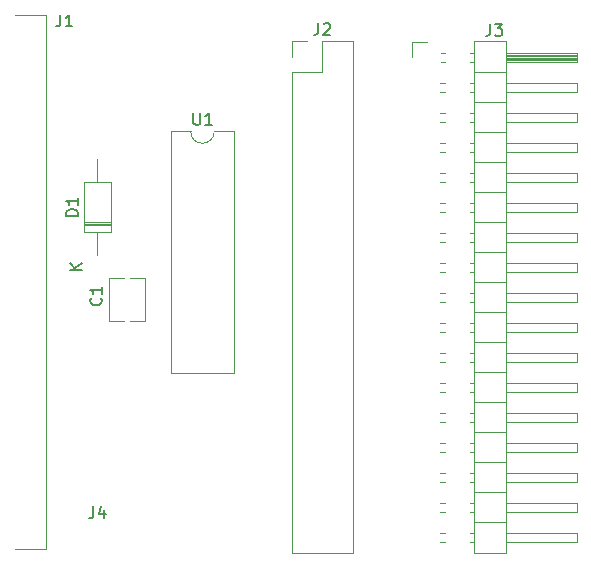
<source format=gbr>
%TF.GenerationSoftware,KiCad,Pcbnew,7.0.10+1*%
%TF.CreationDate,2024-01-16T19:36:21+01:00*%
%TF.ProjectId,trump_card_4floppy_addon,7472756d-705f-4636-9172-645f34666c6f,00*%
%TF.SameCoordinates,Original*%
%TF.FileFunction,Legend,Top*%
%TF.FilePolarity,Positive*%
%FSLAX46Y46*%
G04 Gerber Fmt 4.6, Leading zero omitted, Abs format (unit mm)*
G04 Created by KiCad (PCBNEW 7.0.10+1) date 2024-01-16 19:36:21*
%MOMM*%
%LPD*%
G01*
G04 APERTURE LIST*
%ADD10C,0.150000*%
%ADD11C,0.120000*%
G04 APERTURE END LIST*
D10*
X167881666Y-70844819D02*
X167881666Y-71559104D01*
X167881666Y-71559104D02*
X167834047Y-71701961D01*
X167834047Y-71701961D02*
X167738809Y-71797200D01*
X167738809Y-71797200D02*
X167595952Y-71844819D01*
X167595952Y-71844819D02*
X167500714Y-71844819D01*
X168262619Y-70844819D02*
X168881666Y-70844819D01*
X168881666Y-70844819D02*
X168548333Y-71225771D01*
X168548333Y-71225771D02*
X168691190Y-71225771D01*
X168691190Y-71225771D02*
X168786428Y-71273390D01*
X168786428Y-71273390D02*
X168834047Y-71321009D01*
X168834047Y-71321009D02*
X168881666Y-71416247D01*
X168881666Y-71416247D02*
X168881666Y-71654342D01*
X168881666Y-71654342D02*
X168834047Y-71749580D01*
X168834047Y-71749580D02*
X168786428Y-71797200D01*
X168786428Y-71797200D02*
X168691190Y-71844819D01*
X168691190Y-71844819D02*
X168405476Y-71844819D01*
X168405476Y-71844819D02*
X168310238Y-71797200D01*
X168310238Y-71797200D02*
X168262619Y-71749580D01*
X142748095Y-78404819D02*
X142748095Y-79214342D01*
X142748095Y-79214342D02*
X142795714Y-79309580D01*
X142795714Y-79309580D02*
X142843333Y-79357200D01*
X142843333Y-79357200D02*
X142938571Y-79404819D01*
X142938571Y-79404819D02*
X143129047Y-79404819D01*
X143129047Y-79404819D02*
X143224285Y-79357200D01*
X143224285Y-79357200D02*
X143271904Y-79309580D01*
X143271904Y-79309580D02*
X143319523Y-79214342D01*
X143319523Y-79214342D02*
X143319523Y-78404819D01*
X144319523Y-79404819D02*
X143748095Y-79404819D01*
X144033809Y-79404819D02*
X144033809Y-78404819D01*
X144033809Y-78404819D02*
X143938571Y-78547676D01*
X143938571Y-78547676D02*
X143843333Y-78642914D01*
X143843333Y-78642914D02*
X143748095Y-78690533D01*
X132954819Y-87098094D02*
X131954819Y-87098094D01*
X131954819Y-87098094D02*
X131954819Y-86859999D01*
X131954819Y-86859999D02*
X132002438Y-86717142D01*
X132002438Y-86717142D02*
X132097676Y-86621904D01*
X132097676Y-86621904D02*
X132192914Y-86574285D01*
X132192914Y-86574285D02*
X132383390Y-86526666D01*
X132383390Y-86526666D02*
X132526247Y-86526666D01*
X132526247Y-86526666D02*
X132716723Y-86574285D01*
X132716723Y-86574285D02*
X132811961Y-86621904D01*
X132811961Y-86621904D02*
X132907200Y-86717142D01*
X132907200Y-86717142D02*
X132954819Y-86859999D01*
X132954819Y-86859999D02*
X132954819Y-87098094D01*
X132954819Y-85574285D02*
X132954819Y-86145713D01*
X132954819Y-85859999D02*
X131954819Y-85859999D01*
X131954819Y-85859999D02*
X132097676Y-85955237D01*
X132097676Y-85955237D02*
X132192914Y-86050475D01*
X132192914Y-86050475D02*
X132240533Y-86145713D01*
X133274819Y-91701904D02*
X132274819Y-91701904D01*
X133274819Y-91130476D02*
X132703390Y-91559047D01*
X132274819Y-91130476D02*
X132846247Y-91701904D01*
X134899580Y-94066666D02*
X134947200Y-94114285D01*
X134947200Y-94114285D02*
X134994819Y-94257142D01*
X134994819Y-94257142D02*
X134994819Y-94352380D01*
X134994819Y-94352380D02*
X134947200Y-94495237D01*
X134947200Y-94495237D02*
X134851961Y-94590475D01*
X134851961Y-94590475D02*
X134756723Y-94638094D01*
X134756723Y-94638094D02*
X134566247Y-94685713D01*
X134566247Y-94685713D02*
X134423390Y-94685713D01*
X134423390Y-94685713D02*
X134232914Y-94638094D01*
X134232914Y-94638094D02*
X134137676Y-94590475D01*
X134137676Y-94590475D02*
X134042438Y-94495237D01*
X134042438Y-94495237D02*
X133994819Y-94352380D01*
X133994819Y-94352380D02*
X133994819Y-94257142D01*
X133994819Y-94257142D02*
X134042438Y-94114285D01*
X134042438Y-94114285D02*
X134090057Y-94066666D01*
X134994819Y-93114285D02*
X134994819Y-93685713D01*
X134994819Y-93399999D02*
X133994819Y-93399999D01*
X133994819Y-93399999D02*
X134137676Y-93495237D01*
X134137676Y-93495237D02*
X134232914Y-93590475D01*
X134232914Y-93590475D02*
X134280533Y-93685713D01*
X153336666Y-70784819D02*
X153336666Y-71499104D01*
X153336666Y-71499104D02*
X153289047Y-71641961D01*
X153289047Y-71641961D02*
X153193809Y-71737200D01*
X153193809Y-71737200D02*
X153050952Y-71784819D01*
X153050952Y-71784819D02*
X152955714Y-71784819D01*
X153765238Y-70880057D02*
X153812857Y-70832438D01*
X153812857Y-70832438D02*
X153908095Y-70784819D01*
X153908095Y-70784819D02*
X154146190Y-70784819D01*
X154146190Y-70784819D02*
X154241428Y-70832438D01*
X154241428Y-70832438D02*
X154289047Y-70880057D01*
X154289047Y-70880057D02*
X154336666Y-70975295D01*
X154336666Y-70975295D02*
X154336666Y-71070533D01*
X154336666Y-71070533D02*
X154289047Y-71213390D01*
X154289047Y-71213390D02*
X153717619Y-71784819D01*
X153717619Y-71784819D02*
X154336666Y-71784819D01*
X134286666Y-111704819D02*
X134286666Y-112419104D01*
X134286666Y-112419104D02*
X134239047Y-112561961D01*
X134239047Y-112561961D02*
X134143809Y-112657200D01*
X134143809Y-112657200D02*
X134000952Y-112704819D01*
X134000952Y-112704819D02*
X133905714Y-112704819D01*
X135191428Y-112038152D02*
X135191428Y-112704819D01*
X134953333Y-111657200D02*
X134715238Y-112371485D01*
X134715238Y-112371485D02*
X135334285Y-112371485D01*
X131492666Y-70066819D02*
X131492666Y-70781104D01*
X131492666Y-70781104D02*
X131445047Y-70923961D01*
X131445047Y-70923961D02*
X131349809Y-71019200D01*
X131349809Y-71019200D02*
X131206952Y-71066819D01*
X131206952Y-71066819D02*
X131111714Y-71066819D01*
X132492666Y-71066819D02*
X131921238Y-71066819D01*
X132206952Y-71066819D02*
X132206952Y-70066819D01*
X132206952Y-70066819D02*
X132111714Y-70209676D01*
X132111714Y-70209676D02*
X132016476Y-70304914D01*
X132016476Y-70304914D02*
X131921238Y-70352533D01*
D11*
%TO.C,J3*%
X161290000Y-72390000D02*
X162560000Y-72390000D01*
X166540000Y-74930000D02*
X169200000Y-74930000D01*
X175200000Y-76580000D02*
X169200000Y-76580000D01*
X175200000Y-99440000D02*
X169200000Y-99440000D01*
X166142929Y-99440000D02*
X166540000Y-99440000D01*
X166142929Y-104520000D02*
X166540000Y-104520000D01*
X166142929Y-101980000D02*
X166540000Y-101980000D01*
X175200000Y-114680000D02*
X169200000Y-114680000D01*
X163602929Y-101980000D02*
X164057071Y-101980000D01*
X163602929Y-81660000D02*
X164057071Y-81660000D01*
X175200000Y-111380000D02*
X175200000Y-112140000D01*
X166540000Y-107950000D02*
X169200000Y-107950000D01*
X166540000Y-85090000D02*
X169200000Y-85090000D01*
X169200000Y-113920000D02*
X175200000Y-113920000D01*
X166540000Y-77470000D02*
X169200000Y-77470000D01*
X166540000Y-90170000D02*
X169200000Y-90170000D01*
X175200000Y-107060000D02*
X169200000Y-107060000D01*
X166540000Y-97790000D02*
X169200000Y-97790000D01*
X166142929Y-108840000D02*
X166540000Y-108840000D01*
X166540000Y-100330000D02*
X169200000Y-100330000D01*
X175200000Y-91820000D02*
X169200000Y-91820000D01*
X163602929Y-111380000D02*
X164057071Y-111380000D01*
X163602929Y-80900000D02*
X164057071Y-80900000D01*
X163670000Y-73280000D02*
X164057071Y-73280000D01*
X166142929Y-101220000D02*
X166540000Y-101220000D01*
X163602929Y-109600000D02*
X164057071Y-109600000D01*
X166142929Y-73280000D02*
X166540000Y-73280000D01*
X166540000Y-92710000D02*
X169200000Y-92710000D01*
X175200000Y-74040000D02*
X169200000Y-74040000D01*
X175200000Y-106300000D02*
X175200000Y-107060000D01*
X163602929Y-99440000D02*
X164057071Y-99440000D01*
X166142929Y-86740000D02*
X166540000Y-86740000D01*
X175200000Y-113920000D02*
X175200000Y-114680000D01*
X166540000Y-87630000D02*
X169200000Y-87630000D01*
X175200000Y-88520000D02*
X175200000Y-89280000D01*
X163602929Y-86740000D02*
X164057071Y-86740000D01*
X166142929Y-91060000D02*
X166540000Y-91060000D01*
X163602929Y-89280000D02*
X164057071Y-89280000D01*
X169200000Y-101220000D02*
X175200000Y-101220000D01*
X163602929Y-94360000D02*
X164057071Y-94360000D01*
X175200000Y-79120000D02*
X169200000Y-79120000D01*
X166142929Y-111380000D02*
X166540000Y-111380000D01*
X169200000Y-85980000D02*
X175200000Y-85980000D01*
X175200000Y-112140000D02*
X169200000Y-112140000D01*
X166142929Y-96900000D02*
X166540000Y-96900000D01*
X166540000Y-95250000D02*
X169200000Y-95250000D01*
X163602929Y-91060000D02*
X164057071Y-91060000D01*
X169200000Y-78360000D02*
X175200000Y-78360000D01*
X175200000Y-83440000D02*
X175200000Y-84200000D01*
X166142929Y-76580000D02*
X166540000Y-76580000D01*
X169200000Y-73280000D02*
X175200000Y-73280000D01*
X166142929Y-88520000D02*
X166540000Y-88520000D01*
X175200000Y-75820000D02*
X175200000Y-76580000D01*
X175200000Y-78360000D02*
X175200000Y-79120000D01*
X166540000Y-80010000D02*
X169200000Y-80010000D01*
X175200000Y-84200000D02*
X169200000Y-84200000D01*
X163602929Y-114680000D02*
X164057071Y-114680000D01*
X161290000Y-73660000D02*
X161290000Y-72390000D01*
X166142929Y-81660000D02*
X166540000Y-81660000D01*
X175200000Y-85980000D02*
X175200000Y-86740000D01*
X163602929Y-107060000D02*
X164057071Y-107060000D01*
X166540000Y-102870000D02*
X169200000Y-102870000D01*
X166142929Y-78360000D02*
X166540000Y-78360000D01*
X163602929Y-103760000D02*
X164057071Y-103760000D01*
X166142929Y-74040000D02*
X166540000Y-74040000D01*
X169200000Y-108840000D02*
X175200000Y-108840000D01*
X166142929Y-91820000D02*
X166540000Y-91820000D01*
X166142929Y-96140000D02*
X166540000Y-96140000D01*
X169200000Y-98680000D02*
X175200000Y-98680000D01*
X166540000Y-113030000D02*
X169200000Y-113030000D01*
X169200000Y-88520000D02*
X175200000Y-88520000D01*
X175200000Y-101220000D02*
X175200000Y-101980000D01*
X175200000Y-104520000D02*
X169200000Y-104520000D01*
X169200000Y-80900000D02*
X175200000Y-80900000D01*
X175200000Y-108840000D02*
X175200000Y-109600000D01*
X169200000Y-106300000D02*
X175200000Y-106300000D01*
X166142929Y-103760000D02*
X166540000Y-103760000D01*
X166142929Y-80900000D02*
X166540000Y-80900000D01*
X175200000Y-89280000D02*
X169200000Y-89280000D01*
X163602929Y-104520000D02*
X164057071Y-104520000D01*
X169200000Y-73340000D02*
X175200000Y-73340000D01*
X169200000Y-73940000D02*
X175200000Y-73940000D01*
X163602929Y-85980000D02*
X164057071Y-85980000D01*
X175200000Y-94360000D02*
X169200000Y-94360000D01*
X163602929Y-96900000D02*
X164057071Y-96900000D01*
X166142929Y-85980000D02*
X166540000Y-85980000D01*
X169200000Y-115630000D02*
X169200000Y-72330000D01*
X166142929Y-106300000D02*
X166540000Y-106300000D01*
X163670000Y-74040000D02*
X164057071Y-74040000D01*
X166540000Y-115630000D02*
X169200000Y-115630000D01*
X163602929Y-78360000D02*
X164057071Y-78360000D01*
X175200000Y-101980000D02*
X169200000Y-101980000D01*
X166142929Y-113920000D02*
X166540000Y-113920000D01*
X166142929Y-112140000D02*
X166540000Y-112140000D01*
X166142929Y-79120000D02*
X166540000Y-79120000D01*
X175200000Y-93600000D02*
X175200000Y-94360000D01*
X175200000Y-109600000D02*
X169200000Y-109600000D01*
X163602929Y-84200000D02*
X164057071Y-84200000D01*
X169200000Y-73580000D02*
X175200000Y-73580000D01*
X175200000Y-91060000D02*
X175200000Y-91820000D01*
X166142929Y-89280000D02*
X166540000Y-89280000D01*
X175200000Y-86740000D02*
X169200000Y-86740000D01*
X163602929Y-98680000D02*
X164057071Y-98680000D01*
X169200000Y-72330000D02*
X166540000Y-72330000D01*
X163602929Y-112140000D02*
X164057071Y-112140000D01*
X166142929Y-84200000D02*
X166540000Y-84200000D01*
X169200000Y-91060000D02*
X175200000Y-91060000D01*
X169200000Y-73460000D02*
X175200000Y-73460000D01*
X175200000Y-73280000D02*
X175200000Y-74040000D01*
X166142929Y-94360000D02*
X166540000Y-94360000D01*
X169200000Y-83440000D02*
X175200000Y-83440000D01*
X169200000Y-93600000D02*
X175200000Y-93600000D01*
X163602929Y-91820000D02*
X164057071Y-91820000D01*
X163602929Y-79120000D02*
X164057071Y-79120000D01*
X169200000Y-111380000D02*
X175200000Y-111380000D01*
X169200000Y-73820000D02*
X175200000Y-73820000D01*
X163602929Y-93600000D02*
X164057071Y-93600000D01*
X166540000Y-110490000D02*
X169200000Y-110490000D01*
X169200000Y-75820000D02*
X175200000Y-75820000D01*
X163602929Y-106300000D02*
X164057071Y-106300000D01*
X166142929Y-107060000D02*
X166540000Y-107060000D01*
X175200000Y-96140000D02*
X175200000Y-96900000D01*
X166540000Y-72330000D02*
X166540000Y-115630000D01*
X175200000Y-103760000D02*
X175200000Y-104520000D01*
X163602929Y-96140000D02*
X164057071Y-96140000D01*
X166142929Y-109600000D02*
X166540000Y-109600000D01*
X163602929Y-83440000D02*
X164057071Y-83440000D01*
X175200000Y-81660000D02*
X169200000Y-81660000D01*
X175200000Y-96900000D02*
X169200000Y-96900000D01*
X166142929Y-83440000D02*
X166540000Y-83440000D01*
X166142929Y-93600000D02*
X166540000Y-93600000D01*
X166142929Y-98680000D02*
X166540000Y-98680000D01*
X163602929Y-88520000D02*
X164057071Y-88520000D01*
X175200000Y-80900000D02*
X175200000Y-81660000D01*
X169200000Y-73700000D02*
X175200000Y-73700000D01*
X166540000Y-82550000D02*
X169200000Y-82550000D01*
X169200000Y-103760000D02*
X175200000Y-103760000D01*
X169200000Y-96140000D02*
X175200000Y-96140000D01*
X163602929Y-101220000D02*
X164057071Y-101220000D01*
X166142929Y-75820000D02*
X166540000Y-75820000D01*
X163602929Y-76580000D02*
X164057071Y-76580000D01*
X163602929Y-75820000D02*
X164057071Y-75820000D01*
X166540000Y-105410000D02*
X169200000Y-105410000D01*
X163602929Y-108840000D02*
X164057071Y-108840000D01*
X166142929Y-114680000D02*
X166540000Y-114680000D01*
X163602929Y-113920000D02*
X164057071Y-113920000D01*
X175200000Y-98680000D02*
X175200000Y-99440000D01*
%TO.C,U1*%
X140860000Y-79950000D02*
X140860000Y-100390000D01*
X140860000Y-100390000D02*
X146160000Y-100390000D01*
X142510000Y-79950000D02*
X140860000Y-79950000D01*
X146160000Y-79950000D02*
X144510000Y-79950000D01*
X146160000Y-100390000D02*
X146160000Y-79950000D01*
X142510000Y-79950000D02*
G75*
G03*
X144510000Y-79950000I1000000J0D01*
G01*
%TO.C,D1*%
X134620000Y-90400000D02*
X134620000Y-88480000D01*
X133500000Y-88480000D02*
X135740000Y-88480000D01*
X135740000Y-88480000D02*
X135740000Y-84240000D01*
X133500000Y-87880000D02*
X135740000Y-87880000D01*
X133500000Y-87760000D02*
X135740000Y-87760000D01*
X133500000Y-87640000D02*
X135740000Y-87640000D01*
X133500000Y-84240000D02*
X133500000Y-88480000D01*
X135740000Y-84240000D02*
X133500000Y-84240000D01*
X134620000Y-82320000D02*
X134620000Y-84240000D01*
%TO.C,C1*%
X138685000Y-92400000D02*
X137414000Y-92400000D01*
X138685000Y-92400000D02*
X138684000Y-96012000D01*
X136906000Y-92400000D02*
X135636000Y-92400000D01*
X135636000Y-92400000D02*
X135636000Y-96012000D01*
X138684000Y-96012000D02*
X137414000Y-96012000D01*
X136906000Y-96012000D02*
X135636000Y-96012000D01*
%TO.C,J2*%
X151070000Y-72330000D02*
X152400000Y-72330000D01*
X151070000Y-73660000D02*
X151070000Y-72330000D01*
X151070000Y-74930000D02*
X151070000Y-115630000D01*
X151070000Y-74930000D02*
X153670000Y-74930000D01*
X151070000Y-115630000D02*
X156270000Y-115630000D01*
X153670000Y-72330000D02*
X156270000Y-72330000D01*
X153670000Y-74930000D02*
X153670000Y-72330000D01*
X156270000Y-72330000D02*
X156270000Y-115630000D01*
%TO.C,J1*%
X127625000Y-70060000D02*
X130225000Y-70060000D01*
X127625000Y-115310000D02*
X130225000Y-115310000D01*
X130225000Y-70060000D02*
X130225000Y-115310000D01*
%TD*%
M02*

</source>
